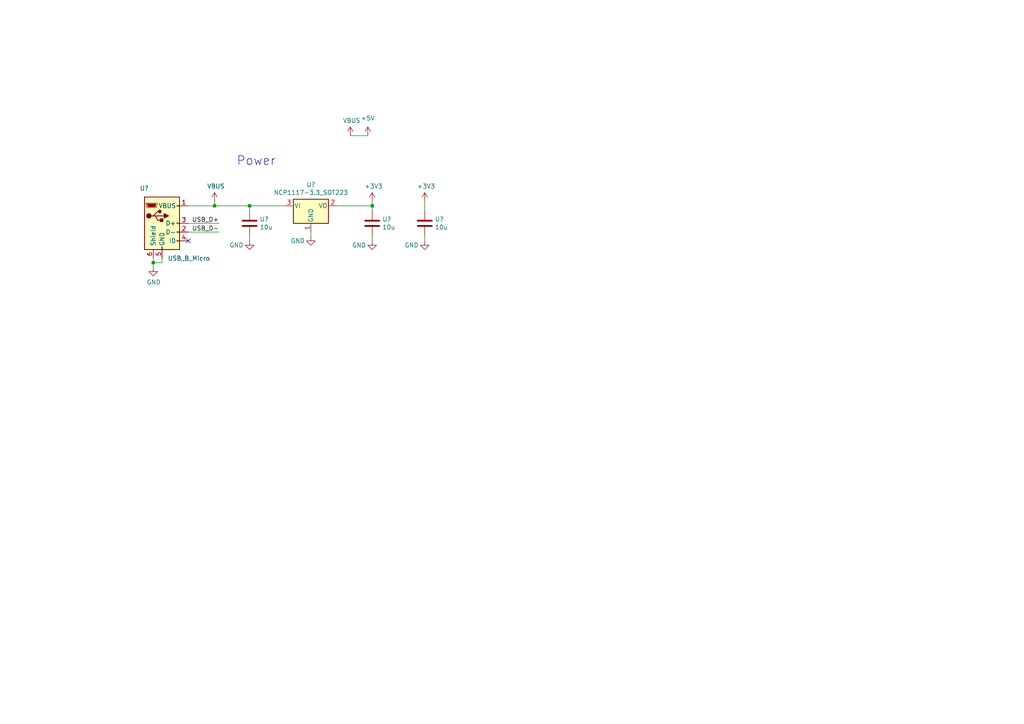
<source format=kicad_sch>
(kicad_sch (version 20211123) (generator eeschema)
  (paper "A4")
  (lib_symbols
    (symbol "Device:C" (pin_numbers hide) (pin_names (offset 0.254))
      (property "Reference" "C" (at 0.635 2.54 0))
      (property "Value" "C" (at 0.635 -2.54 0))
      (symbol "C_0_1"
        (polyline (pts (xy -2.032 -0.762) (xy 2.032 -0.762)) (stroke (width 0.508)))
        (polyline (pts (xy -2.032 0.762) (xy 2.032 0.762)) (stroke (width 0.508)))
      )
      (symbol "C_1_1"
        (pin passive line (at 0 3.81 270) (length 2.794) (name "~") (number "1"))
        (pin passive line (at 0 -3.81 90) (length 2.794) (name "~") (number "2"))
      )
    )
    (symbol "RP2040_minimal-rescue:USB_B_Micro-Connector" (pin_names (offset 1.016))
      (property "Reference" "J" (at -5.08 11.43 0))
      (property "Value" "USB_B_Micro-Connector" (at -5.08 8.89 0))
      (symbol "USB_B_Micro-Connector_0_1"
        (rectangle (start -5.08 -7.62) (end 5.08 7.62) (stroke (width 0.254)) (fill (type background)))
        (circle (center -3.81 2.159) (radius 0.635) (stroke (width 0.254)) (fill (type outline)))
        (circle (center -0.635 3.429) (radius 0.381) (stroke (width 0.254)) (fill (type outline)))
        (rectangle (start -0.127 -7.62) (end 0.127 -6.858))
        (polyline (pts (xy -1.905 2.159) (xy 0.635 2.159)) (stroke (width 0.254)))
        (polyline (pts (xy -3.175 2.159) (xy -2.54 2.159) (xy -1.27 3.429) (xy -0.635 3.429)) (stroke (width 0.254)))
        (polyline (pts (xy -2.54 2.159) (xy -1.905 2.159) (xy -1.27 0.889) (xy 0 0.889)) (stroke (width 0.254)))
        (polyline (pts (xy 0.635 2.794) (xy 0.635 1.524) (xy 1.905 2.159) (xy 0.635 2.794)) (stroke (width 0.254)) (fill (type outline)))
        (polyline (pts (xy -4.318 5.588) (xy -1.778 5.588) (xy -2.032 4.826) (xy -4.064 4.826) (xy -4.318 5.588)) (fill (type outline)))
        (polyline (pts (xy -4.699 5.842) (xy -4.699 5.588) (xy -4.445 4.826) (xy -4.445 4.572) (xy -1.651 4.572) (xy -1.651 4.826) (xy -1.397 5.588) (xy -1.397 5.842) (xy -4.699 5.842)))
        (rectangle (start 0.254 1.27) (end -0.508 0.508) (stroke (width 0.254)) (fill (type outline)))
        (rectangle (start 5.08 -5.207) (end 4.318 -4.953))
        (rectangle (start 5.08 -2.667) (end 4.318 -2.413))
        (rectangle (start 5.08 -0.127) (end 4.318 0.127))
        (rectangle (start 5.08 4.953) (end 4.318 5.207))
      )
      (symbol "USB_B_Micro-Connector_1_1"
        (pin power_out line (at 7.62 5.08 180) (length 2.54) (name "VBUS") (number "1"))
        (pin passive line (at 7.62 -2.54 180) (length 2.54) (name "D-") (number "2"))
        (pin passive line (at 7.62 0 180) (length 2.54) (name "D+") (number "3"))
        (pin passive line (at 7.62 -5.08 180) (length 2.54) (name "ID") (number "4"))
        (pin power_out line (at 0 -10.16 90) (length 2.54) (name "GND") (number "5"))
        (pin passive line (at -2.54 -10.16 90) (length 2.54) (name "Shield") (number "6"))
      )
    )
    (symbol "Regulator_Linear:NCP1117-3.3_SOT223" (pin_names (offset 0.254))
      (property "Reference" "U" (at -3.81 3.175 0))
      (property "Value" "NCP1117-3.3_SOT223" (at 0 3.175 0))
      (symbol "NCP1117-3.3_SOT223_0_1"
        (rectangle (start -5.08 -5.08) (end 5.08 1.905) (stroke (width 0.254)) (fill (type background)))
      )
      (symbol "NCP1117-3.3_SOT223_1_1"
        (pin power_in line (at 0 -7.62 90) (length 2.54) (name "GND") (number "1"))
        (pin power_out line (at 7.62 0 180) (length 2.54) (name "VO") (number "2"))
        (pin power_in line (at -7.62 0 0) (length 2.54) (name "VI") (number "3"))
      )
    )
    (symbol "power:+3V3" (power) (pin_names (offset 0))
      (property "Value" "+3V3" (at 0 3.556 0))
      (symbol "+3V3_0_1"
        (polyline (pts (xy -0.762 1.27) (xy 0 2.54)))
        (polyline (pts (xy 0 0) (xy 0 2.54)))
        (polyline (pts (xy 0 2.54) (xy 0.762 1.27)))
      )
      (symbol "+3V3_1_1"
        (pin power_in line (at 0 0 90) (length 0) hide (name "+3V3") (number "1"))
      )
    )
    (symbol "power:+5V" (power) (pin_names (offset 0))
      (property "Value" "+5V" (at 0 3.556 0))
      (symbol "+5V_0_1"
        (polyline (pts (xy -0.762 1.27) (xy 0 2.54)))
        (polyline (pts (xy 0 0) (xy 0 2.54)))
        (polyline (pts (xy 0 2.54) (xy 0.762 1.27)))
      )
      (symbol "+5V_1_1"
        (pin power_in line (at 0 0 90) (length 0) hide (name "+5V") (number "1"))
      )
    )
    (symbol "power:GND" (power) (pin_names (offset 0))
      (property "Value" "GND" (at 0 -3.81 0))
      (symbol "GND_0_1"
        (polyline (pts (xy 0 0) (xy 0 -1.27) (xy 1.27 -1.27) (xy 0 -2.54) (xy -1.27 -1.27) (xy 0 -1.27)))
      )
      (symbol "GND_1_1"
        (pin power_in line (at 0 0 270) (length 0) hide (name "GND") (number "1"))
      )
    )
    (symbol "power:VBUS" (power) (pin_names (offset 0))
      (property "Value" "VBUS" (at 0 3.81 0))
      (symbol "VBUS_0_1"
        (polyline (pts (xy -0.762 1.27) (xy 0 2.54)))
        (polyline (pts (xy 0 0) (xy 0 2.54)))
        (polyline (pts (xy 0 2.54) (xy 0.762 1.27)))
      )
      (symbol "VBUS_1_1"
        (pin power_in line (at 0 0 90) (length 0) hide (name "VBUS") (number "1"))
      )
    )
  )
  (junction (at 72.39 59.69))
  (junction (at 44.45 76.2))
  (junction (at 62.23 59.69))
  (junction (at 107.95 59.69))
  (no_connect (at 54.61 69.85))
  (wire (pts (xy 101.6 39.37) (xy 106.68 39.37)))
  (wire (pts (xy 97.79 59.69) (xy 107.95 59.69)))
  (wire (pts (xy 62.23 59.69) (xy 72.39 59.69)))
  (wire (pts (xy 107.95 60.96) (xy 107.95 59.69)))
  (wire (pts (xy 54.61 67.31) (xy 63.5 67.31)))
  (wire (pts (xy 123.19 68.58) (xy 123.19 69.85)))
  (wire (pts (xy 44.45 76.2) (xy 44.45 77.47)))
  (wire (pts (xy 82.55 59.69) (xy 72.39 59.69)))
  (wire (pts (xy 46.99 76.2) (xy 44.45 76.2)))
  (wire (pts (xy 54.61 59.69) (xy 62.23 59.69)))
  (wire (pts (xy 90.17 67.31) (xy 90.17 68.58)))
  (wire (pts (xy 107.95 68.58) (xy 107.95 69.85)))
  (wire (pts (xy 54.61 64.77) (xy 63.5 64.77)))
  (wire (pts (xy 44.45 74.93) (xy 44.45 76.2)))
  (wire (pts (xy 46.99 74.93) (xy 46.99 76.2)))
  (wire (pts (xy 107.95 59.69) (xy 107.95 58.42)))
  (wire (pts (xy 72.39 68.58) (xy 72.39 69.85)))
  (wire (pts (xy 123.19 58.42) (xy 123.19 60.96)))
  (wire (pts (xy 62.23 58.42) (xy 62.23 59.69)))
  (wire (pts (xy 72.39 60.96) (xy 72.39 59.69)))
  (text "Power" (at 68.58 48.26 0) (effects (font (size 2.54 2.54)) (justify left bottom)))
  (label "USB_D-" (at 63.5 67.31 180))
  (label "USB_D+" (at 63.5 64.77 180))
  (symbol (lib_id "power:GND") (at 90.17 68.58 0) (unit 1)
    (property "Reference" "#PWR?" (effects hide))
    (property "Value" "GND" (at 86.36 69.85 0))
  )
  (symbol (lib_id "power:GND") (at 107.95 69.85 0) (unit 1)
    (property "Reference" "#PWR?" (effects hide))
    (property "Value" "GND" (at 104.14 71.12 0))
  )
  (symbol (lib_id "power:VBUS") (at 62.23 58.42 0) (unit 1)
    (property "Reference" "#PWR?" (effects hide))
    (property "Value" "VBUS" (at 62.611 54.0258 0))
  )
  (symbol (lib_id "power:+3V3") (at 107.95 58.42 0) (unit 1)
    (property "Reference" "#PWR?" (effects hide))
    (property "Value" "+3V3" (at 108.331 54.0258 0))
  )
  (symbol (lib_id "Regulator_Linear:NCP1117-3.3_SOT223") (at 90.17 59.69 0) (unit 1)
    (property "Reference" "U?" (at 90.17 53.5432 0))
    (property "Value" "NCP1117-3.3_SOT223" (at 90.17 55.8546 0))
    (property "Footprint" "Package_TO_SOT_SMD:SOT-223-3_TabPin2" (effects hide))
    (property "Datasheet" "http://www.onsemi.com/pub_link/Collateral/NCP1117-D.PDF" (effects hide))
  )
  (symbol (lib_id "power:+3V3") (at 123.19 58.42 0) (unit 1)
    (property "Reference" "#PWR?" (effects hide))
    (property "Value" "+3V3" (at 123.571 54.0258 0))
  )
  (symbol (lib_id "power:GND") (at 123.19 69.85 0) (unit 1)
    (property "Reference" "#PWR?" (effects hide))
    (property "Value" "GND" (at 119.38 71.12 0))
  )
  (symbol (lib_id "RP2040_minimal-rescue:USB_B_Micro-Connector") (at 46.99 64.77 0) (unit 1)
    (property "Reference" "U?" (at 43.18 54.61 0) (effects (justify right)))
    (property "Value" "USB_B_Micro" (at 60.96 74.93 0) (effects (justify right)))
    (property "Footprint" "RP2040_minimal:USB_Micro-B_Amphenol_10103594-0001LF_Horizontal_modified" (effects hide))
  )
  (symbol (lib_id "Device:C") (at 107.95 64.77 0) (unit 1)
    (property "Reference" "U?" (at 110.871 63.6016 0) (effects (justify left)))
    (property "Value" "10u" (at 110.871 65.913 0) (effects (justify left)))
    (property "Footprint" "Capacitor_SMD:C_0805_2012Metric" (effects hide))
  )
  (symbol (lib_id "power:+5V") (at 106.68 39.37 0) (unit 1)
    (property "Reference" "#PWR?" (effects hide))
    (property "Value" "+5V" (at 106.68 34.29 0))
  )
  (symbol (lib_id "Device:C") (at 123.19 64.77 0) (unit 1)
    (property "Reference" "U?" (at 126.111 63.6016 0) (effects (justify left)))
    (property "Value" "10u" (at 126.111 65.913 0) (effects (justify left)))
    (property "Footprint" "Capacitor_SMD:C_0805_2012Metric" (effects hide))
  )
  (symbol (lib_id "Device:C") (at 72.39 64.77 0) (unit 1)
    (property "Reference" "U?" (at 75.311 63.6016 0) (effects (justify left)))
    (property "Value" "10u" (at 75.311 65.913 0) (effects (justify left)))
    (property "Footprint" "Capacitor_SMD:C_0805_2012Metric" (effects hide))
  )
  (symbol (lib_id "power:GND") (at 44.45 77.47 0) (unit 1)
    (property "Reference" "#PWR?" (effects hide))
    (property "Value" "GND" (at 44.577 81.8642 0))
  )
  (symbol (lib_id "power:GND") (at 72.39 69.85 0) (unit 1)
    (property "Reference" "#PWR?" (effects hide))
    (property "Value" "GND" (at 68.58 71.12 0))
  )
  (symbol (lib_id "power:VBUS") (at 101.6 39.37 0) (unit 1)
    (property "Reference" "#PWR?" (effects hide))
    (property "Value" "VBUS" (at 101.981 34.9758 0))
  )
)
</source>
